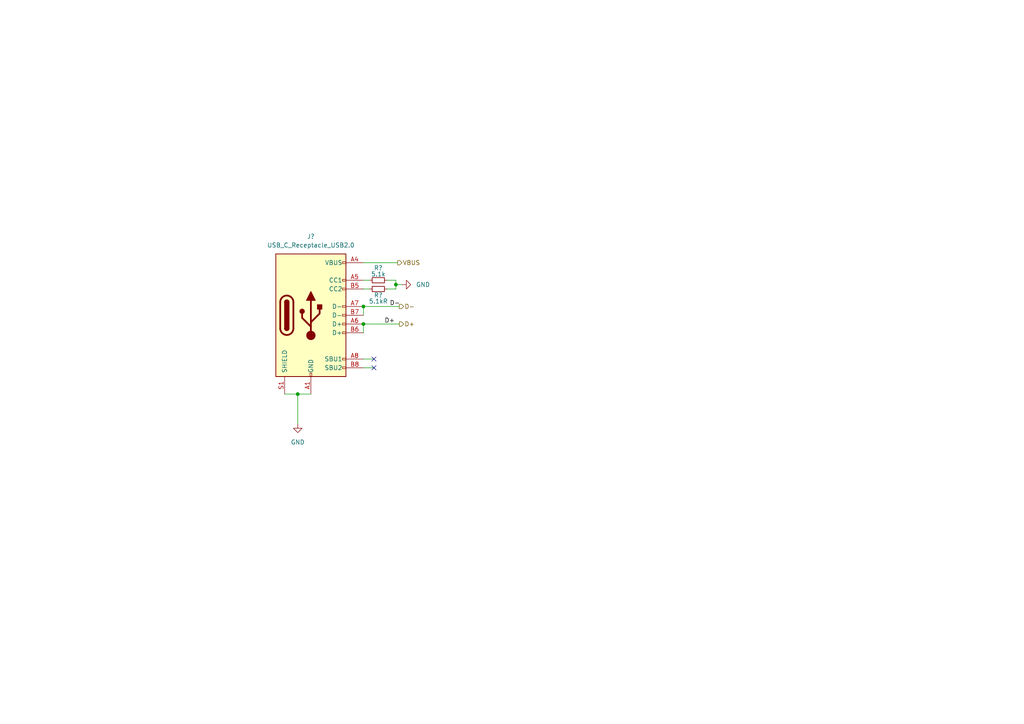
<source format=kicad_sch>
(kicad_sch (version 20211123) (generator eeschema)
  (paper "A4")
  (lib_symbols
    (symbol "Connector:USB_C_Receptacle_USB2.0" (pin_names (offset 1.016))
      (property "Reference" "J" (at -10.16 19.05 0))
      (property "Value" "USB_C_Receptacle_USB2.0" (at 19.05 19.05 0))
      (symbol "USB_C_Receptacle_USB2.0_0_0"
        (rectangle (start -0.254 -17.78) (end 0.254 -16.764))
        (rectangle (start 10.16 -14.986) (end 9.144 -15.494))
        (rectangle (start 10.16 -12.446) (end 9.144 -12.954))
        (rectangle (start 10.16 -4.826) (end 9.144 -5.334))
        (rectangle (start 10.16 -2.286) (end 9.144 -2.794))
        (rectangle (start 10.16 0.254) (end 9.144 -0.254))
        (rectangle (start 10.16 2.794) (end 9.144 2.286))
        (rectangle (start 10.16 7.874) (end 9.144 7.366))
        (rectangle (start 10.16 10.414) (end 9.144 9.906))
        (rectangle (start 10.16 15.494) (end 9.144 14.986))
      )
      (symbol "USB_C_Receptacle_USB2.0_0_1"
        (rectangle (start -10.16 17.78) (end 10.16 -17.78) (stroke (width 0.254)) (fill (type background)))
        (arc (start -8.89 -3.81) (mid -6.985 -5.715) (end -5.08 -3.81) (stroke (width 0.508)))
        (arc (start -7.62 -3.81) (mid -6.985 -4.445) (end -6.35 -3.81) (stroke (width 0.254)))
        (arc (start -7.62 -3.81) (mid -6.985 -4.445) (end -6.35 -3.81) (stroke (width 0.254)) (fill (type outline)))
        (rectangle (start -7.62 -3.81) (end -6.35 3.81) (stroke (width 0.254)) (fill (type outline)))
        (arc (start -6.35 3.81) (mid -6.985 4.445) (end -7.62 3.81) (stroke (width 0.254)))
        (arc (start -6.35 3.81) (mid -6.985 4.445) (end -7.62 3.81) (stroke (width 0.254)) (fill (type outline)))
        (arc (start -5.08 3.81) (mid -6.985 5.715) (end -8.89 3.81) (stroke (width 0.508)))
        (circle (center -2.54 1.143) (radius 0.635) (stroke (width 0.254)) (fill (type outline)))
        (circle (center 0 -5.842) (radius 1.27) (fill (type outline)))
        (polyline (pts (xy -8.89 -3.81) (xy -8.89 3.81)) (stroke (width 0.508)))
        (polyline (pts (xy -5.08 3.81) (xy -5.08 -3.81)) (stroke (width 0.508)))
        (polyline (pts (xy 0 -5.842) (xy 0 4.318)) (stroke (width 0.508)))
        (polyline (pts (xy 0 -3.302) (xy -2.54 -0.762) (xy -2.54 0.508)) (stroke (width 0.508)))
        (polyline (pts (xy 0 -2.032) (xy 2.54 0.508) (xy 2.54 1.778)) (stroke (width 0.508)))
        (polyline (pts (xy -1.27 4.318) (xy 0 6.858) (xy 1.27 4.318) (xy -1.27 4.318)) (stroke (width 0.254)) (fill (type outline)))
        (rectangle (start 1.905 1.778) (end 3.175 3.048) (stroke (width 0.254)) (fill (type outline)))
      )
      (symbol "USB_C_Receptacle_USB2.0_1_1"
        (pin passive line (at 0 -22.86 90) (length 5.08) (name "GND") (number "A1"))
        (pin passive line (at 0 -22.86 90) (length 5.08) hide (name "GND") (number "A12"))
        (pin passive line (at 15.24 15.24 180) (length 5.08) (name "VBUS") (number "A4"))
        (pin bidirectional line (at 15.24 10.16 180) (length 5.08) (name "CC1") (number "A5"))
        (pin bidirectional line (at 15.24 -2.54 180) (length 5.08) (name "D+") (number "A6"))
        (pin bidirectional line (at 15.24 2.54 180) (length 5.08) (name "D-") (number "A7"))
        (pin bidirectional line (at 15.24 -12.7 180) (length 5.08) (name "SBU1") (number "A8"))
        (pin passive line (at 15.24 15.24 180) (length 5.08) hide (name "VBUS") (number "A9"))
        (pin passive line (at 0 -22.86 90) (length 5.08) hide (name "GND") (number "B1"))
        (pin passive line (at 0 -22.86 90) (length 5.08) hide (name "GND") (number "B12"))
        (pin passive line (at 15.24 15.24 180) (length 5.08) hide (name "VBUS") (number "B4"))
        (pin bidirectional line (at 15.24 7.62 180) (length 5.08) (name "CC2") (number "B5"))
        (pin bidirectional line (at 15.24 -5.08 180) (length 5.08) (name "D+") (number "B6"))
        (pin bidirectional line (at 15.24 0 180) (length 5.08) (name "D-") (number "B7"))
        (pin bidirectional line (at 15.24 -15.24 180) (length 5.08) (name "SBU2") (number "B8"))
        (pin passive line (at 15.24 15.24 180) (length 5.08) hide (name "VBUS") (number "B9"))
        (pin passive line (at -7.62 -22.86 90) (length 5.08) (name "SHIELD") (number "S1"))
      )
    )
    (symbol "Device:R_Small" (pin_numbers hide) (pin_names (offset 0.254) hide)
      (property "Reference" "R" (at 0.762 0.508 0))
      (property "Value" "R_Small" (at 0.762 -1.016 0))
      (symbol "R_Small_0_1"
        (rectangle (start -0.762 1.778) (end 0.762 -1.778) (stroke (width 0.2032)))
      )
      (symbol "R_Small_1_1"
        (pin passive line (at 0 2.54 270) (length 0.762) (name "~") (number "1"))
        (pin passive line (at 0 -2.54 90) (length 0.762) (name "~") (number "2"))
      )
    )
    (symbol "power:GND" (power) (pin_names (offset 0))
      (property "Value" "GND" (at 0 -3.81 0))
      (symbol "GND_0_1"
        (polyline (pts (xy 0 0) (xy 0 -1.27) (xy 1.27 -1.27) (xy 0 -2.54) (xy -1.27 -1.27) (xy 0 -1.27)))
      )
      (symbol "GND_1_1"
        (pin power_in line (at 0 0 270) (length 0) hide (name "GND") (number "1"))
      )
    )
  )
  (junction (at 114.822 82.55))
  (junction (at 105.41 88.9))
  (junction (at 86.36 114.3))
  (junction (at 105.41 93.98))
  (no_connect (at 108.458 106.68))
  (no_connect (at 108.458 104.14))
  (wire (pts (xy 86.36 114.3) (xy 90.17 114.3)))
  (wire (pts (xy 114.808 82.55) (xy 114.822 82.55)))
  (wire (pts (xy 82.55 114.3) (xy 86.36 114.3)))
  (wire (pts (xy 105.41 88.9) (xy 115.824 88.9)))
  (wire (pts (xy 114.808 81.28) (xy 112.268 81.28)))
  (wire (pts (xy 114.822 82.55) (xy 116.586 82.55)))
  (wire (pts (xy 105.41 83.82) (xy 107.188 83.82)))
  (wire (pts (xy 105.41 76.2) (xy 115.316 76.2)))
  (wire (pts (xy 105.41 81.28) (xy 107.188 81.28)))
  (wire (pts (xy 105.41 88.9) (xy 105.41 91.44)))
  (wire (pts (xy 105.41 93.98) (xy 115.824 93.98)))
  (wire (pts (xy 105.41 104.14) (xy 108.458 104.14)))
  (wire (pts (xy 114.808 82.55) (xy 114.808 81.28)))
  (wire (pts (xy 112.268 83.82) (xy 114.822 83.82)))
  (wire (pts (xy 114.822 83.82) (xy 114.822 82.55)))
  (wire (pts (xy 105.41 106.68) (xy 108.458 106.68)))
  (wire (pts (xy 86.36 114.3) (xy 86.36 122.936)))
  (wire (pts (xy 105.41 93.98) (xy 105.41 96.52)))
  (label "D-" (at 113.03 88.9 0))
  (label "D+" (at 111.506 93.98 0))
  (hierarchical_label "VBUS" (shape output) (at 115.316 76.2 0))
  (hierarchical_label "D-" (shape output) (at 115.824 88.9 0))
  (hierarchical_label "D+" (shape output) (at 115.824 93.98 0))
  (symbol (lib_id "Device:R_Small") (at 109.728 81.28 90) (unit 1)
    (property "Reference" "R?" (at 109.728 77.724 90))
    (property "Value" "5.1k" (at 109.728 79.502 90))
  )
  (symbol (lib_id "power:GND") (at 86.36 122.936 0) (unit 1)
    (property "Reference" "#PWR0102" (effects hide))
    (property "Value" "GND" (at 86.36 128.27 0))
  )
  (symbol (lib_id "Connector:USB_C_Receptacle_USB2.0") (at 90.17 91.44 0) (unit 1)
    (property "Reference" "J?" (at 90.17 68.58 0))
    (property "Value" "USB_C_Receptacle_USB2.0" (at 90.17 71.12 0))
    (property "Footprint" "Connector_USB:USB_C_Receptacle_HRO_TYPE-C-31-M-12" (effects hide))
    (property "Datasheet" "https://www.usb.org/sites/default/files/documents/usb_type-c.zip" (effects hide))
  )
  (symbol (lib_id "power:GND") (at 116.586 82.55 90) (unit 1)
    (property "Reference" "#PWR0103" (effects hide))
    (property "Value" "GND" (at 120.65 82.5499 90) (effects (justify right)))
  )
  (symbol (lib_id "Device:R_Small") (at 109.728 83.82 90) (unit 1)
    (property "Reference" "R?" (at 109.728 85.598 90))
    (property "Value" "5.1kR" (at 109.728 87.376 90))
  )
)
</source>
